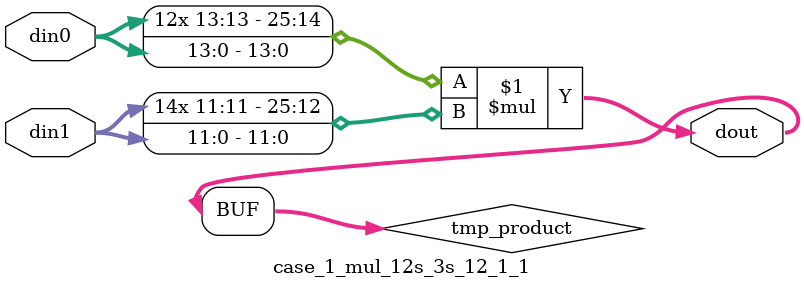
<source format=v>

`timescale 1 ns / 1 ps

 module case_1_mul_12s_3s_12_1_1(din0, din1, dout);
parameter ID = 1;
parameter NUM_STAGE = 0;
parameter din0_WIDTH = 14;
parameter din1_WIDTH = 12;
parameter dout_WIDTH = 26;

input [din0_WIDTH - 1 : 0] din0; 
input [din1_WIDTH - 1 : 0] din1; 
output [dout_WIDTH - 1 : 0] dout;

wire signed [dout_WIDTH - 1 : 0] tmp_product;



























assign tmp_product = $signed(din0) * $signed(din1);








assign dout = tmp_product;





















endmodule

</source>
